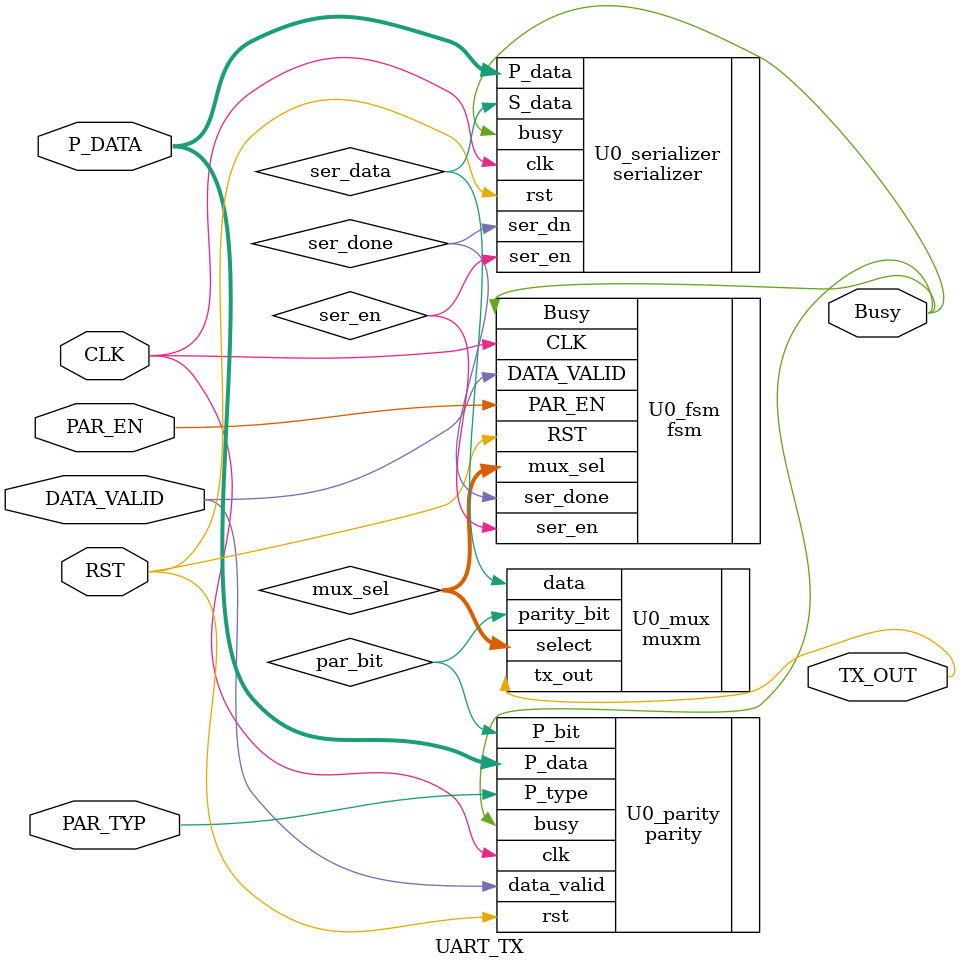
<source format=v>
module UART_TX (
 input [7:0] P_DATA,
 input DATA_VALID,
 input PAR_EN,
 input PAR_TYP,
 input CLK,
 input RST,
 output TX_OUT,
 output Busy
 );
 

wire ser_done;
wire ser_en;
wire [1:0] mux_sel;
wire ser_data;
wire par_bit;


serializer U0_serializer (
.P_data (P_DATA),
.clk (CLK),
.rst (RST),
.ser_en (ser_en),
.ser_dn (ser_done),
.S_data (ser_data),
.busy (Busy)
);
/*
fsm U0_fsm (
.par_en (PAR_EN),
.clk (CLK),
.rst (RST),
.data_valid (DATA_VALID),
.ser_dn (ser_done),
.busy (Busy),
.select (mux_sel),
.ser_en (ser_en)
);
*/
fsm U0_fsm (
.PAR_EN (PAR_EN),
.CLK (CLK),
.RST (RST),
.DATA_VALID (DATA_VALID),
.ser_done (ser_done),
.Busy (Busy),
.mux_sel (mux_sel),
.ser_en (ser_en)
);
parity U0_parity (
.data_valid (DATA_VALID),
.P_data (P_DATA),
.P_type (PAR_TYP),
.P_bit (par_bit),
.clk (CLK),
.rst (RST),
.busy (Busy)
);

muxm U0_mux (
.select (mux_sel),
.parity_bit (par_bit),
.data (ser_data),
.tx_out (TX_OUT)
//.CLK(CLK),
//.RST(RST)
);

endmodule
 

</source>
